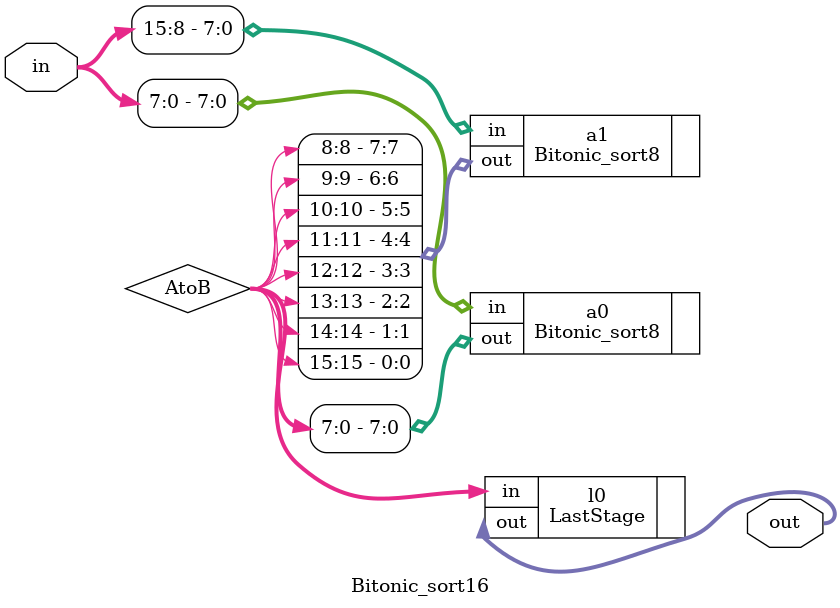
<source format=v>
`timescale 1ns / 1ps

module Bitonic_sort16(in, out);
    input [15:0] in;
    output [15:0] out;

    wire [15:0] AtoB;
    wire [15:0] BtoC;
    wire [15:0] CtoD;
    wire [15:0] DtoE;

    Bitonic_sort8 a0(.in(in[7:0]), .out(AtoB[7:0]));
    Bitonic_sort8 a1(.in(in[15:8]), 
                     .out({AtoB[8], AtoB[9], AtoB[10], AtoB[11], 
                           AtoB[12], AtoB[13], AtoB[14], AtoB[15]}));

    LastStage #(16) l0(.in(AtoB), .out(out));

/*
    Bitonic_sort2 b0(.a(AtoB[0]), .b(AtoB[8]), .min(BtoC[0]), .max(BtoC[8]));
    Bitonic_sort2 b1(.a(AtoB[1]), .b(AtoB[9]), .min(BtoC[1]), .max(BtoC[9]));
    Bitonic_sort2 b2(.a(AtoB[2]), .b(AtoB[10]), .min(BtoC[2]), .max(BtoC[10]));
    Bitonic_sort2 b3(.a(AtoB[3]), .b(AtoB[11]), .min(BtoC[3]), .max(BtoC[11]));
    Bitonic_sort2 b4(.a(AtoB[4]), .b(AtoB[12]), .min(BtoC[4]), .max(BtoC[12]));
    Bitonic_sort2 b5(.a(AtoB[5]), .b(AtoB[13]), .min(BtoC[5]), .max(BtoC[13]));
    Bitonic_sort2 b6(.a(AtoB[6]), .b(AtoB[14]), .min(BtoC[6]), .max(BtoC[14]));
    Bitonic_sort2 b7(.a(AtoB[7]), .b(AtoB[15]), .min(BtoC[7]), .max(BtoC[15]));
   


    Bitonic_sort2 c0(.a(BtoC[0]), .b(BtoC[4]), .min(CtoD[0]), .max(CtoD[4]));
    Bitonic_sort2 c1(.a(BtoC[1]), .b(BtoC[5]), .min(CtoD[1]), .max(CtoD[5]));
    Bitonic_sort2 c2(.a(BtoC[2]), .b(BtoC[6]), .min(CtoD[2]), .max(CtoD[6]));
    Bitonic_sort2 c3(.a(BtoC[3]), .b(BtoC[7]), .min(CtoD[3]), .max(CtoD[7]));

    Bitonic_sort2 c4(.a(BtoC[8]), .b(BtoC[12]), .min(CtoD[8]), .max(CtoD[12]));
    Bitonic_sort2 c5(.a(BtoC[9]), .b(BtoC[13]), .min(CtoD[9]), .max(CtoD[13]));
    Bitonic_sort2 c6(.a(BtoC[10]), .b(BtoC[14]), .min(CtoD[10]), .max(CtoD[14]));
    Bitonic_sort2 c7(.a(BtoC[11]), .b(BtoC[15]), .min(CtoD[11]), .max(CtoD[15]));



    Bitonic_sort2 d0(.a(CtoD[0]), .b(CtoD[2]), .min(DtoE[0]), .max(DtoE[2]));
    Bitonic_sort2 d1(.a(CtoD[1]), .b(CtoD[3]), .min(DtoE[1]), .max(DtoE[3]));

    Bitonic_sort2 d2(.a(CtoD[4]), .b(CtoD[6]), .min(DtoE[4]), .max(DtoE[6]));
    Bitonic_sort2 d3(.a(CtoD[5]), .b(CtoD[7]), .min(DtoE[5]), .max(DtoE[7]));    

    Bitonic_sort2 d4(.a(CtoD[8]), .b(CtoD[10]), .min(DtoE[8]), .max(DtoE[10]));
    Bitonic_sort2 d5(.a(CtoD[9]), .b(CtoD[11]), .min(DtoE[9]), .max(DtoE[11]));

    Bitonic_sort2 d6(.a(CtoD[12]), .b(CtoD[14]), .min(DtoE[12]), .max(DtoE[14]));
    Bitonic_sort2 d7(.a(CtoD[13]), .b(CtoD[15]), .min(DtoE[13]), .max(DtoE[15]));





    Bitonic_sort2 e0(.a(DtoE[0]), .b(DtoE[1]), .min(out[0]), .max(out[1]));
    Bitonic_sort2 e1(.a(DtoE[2]), .b(DtoE[3]), .min(out[2]), .max(out[3]));
    Bitonic_sort2 e2(.a(DtoE[4]), .b(DtoE[5]), .min(out[4]), .max(out[5]));
    Bitonic_sort2 e3(.a(DtoE[6]), .b(DtoE[7]), .min(out[6]), .max(out[7]));    
    Bitonic_sort2 e4(.a(DtoE[8]), .b(DtoE[9]), .min(out[8]), .max(out[9]));
    Bitonic_sort2 e5(.a(DtoE[10]), .b(DtoE[11]), .min(out[10]), .max(out[11]));
    Bitonic_sort2 e6(.a(DtoE[12]), .b(DtoE[13]), .min(out[12]), .max(out[13]));
    Bitonic_sort2 e7(.a(DtoE[14]), .b(DtoE[15]), .min(out[14]), .max(out[15]));
*/
endmodule

</source>
